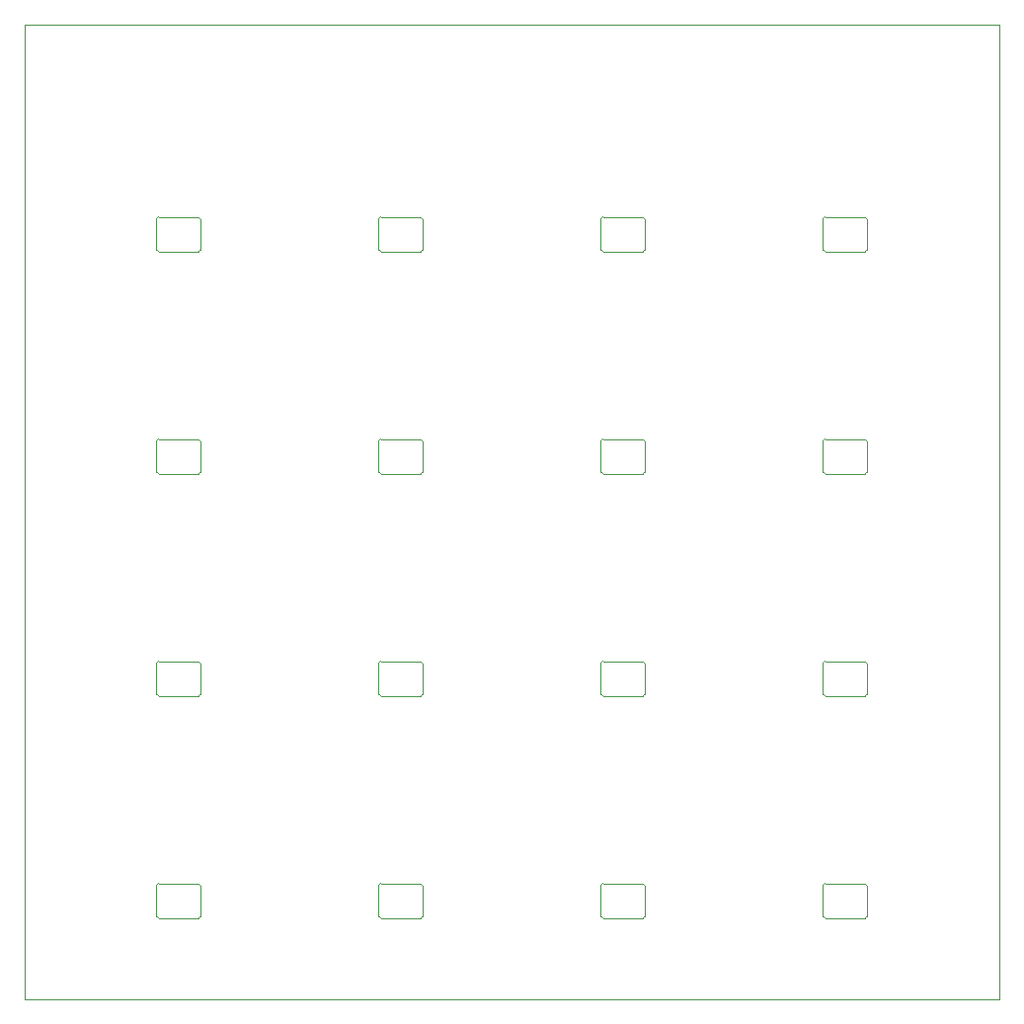
<source format=gbr>
%TF.GenerationSoftware,KiCad,Pcbnew,9.0.2*%
%TF.CreationDate,2025-06-30T11:30:22+02:00*%
%TF.ProjectId,HackPad,4861636b-5061-4642-9e6b-696361645f70,rev?*%
%TF.SameCoordinates,Original*%
%TF.FileFunction,Profile,NP*%
%FSLAX46Y46*%
G04 Gerber Fmt 4.6, Leading zero omitted, Abs format (unit mm)*
G04 Created by KiCad (PCBNEW 9.0.2) date 2025-06-30 11:30:22*
%MOMM*%
%LPD*%
G01*
G04 APERTURE LIST*
%TA.AperFunction,Profile*%
%ADD10C,0.100000*%
%TD*%
%TA.AperFunction,Profile*%
%ADD11C,0.120000*%
%TD*%
G04 APERTURE END LIST*
D10*
X24925000Y-17781200D02*
X108425000Y-17781200D01*
X108425000Y-101281200D01*
X24925000Y-101281200D01*
X24925000Y-17781200D01*
D11*
%TO.C,D6*%
X55250000Y-53468700D02*
X55250000Y-56068700D01*
X55450000Y-56268700D02*
X58850000Y-56268700D01*
X58850000Y-53268700D02*
X55450000Y-53268700D01*
X59050000Y-56068700D02*
X59050000Y-53468700D01*
X55250000Y-53468700D02*
G75*
G02*
X55450000Y-53268700I200001J-1D01*
G01*
X55450000Y-56268700D02*
G75*
G02*
X55250000Y-56068700I1J200001D01*
G01*
X58850000Y-53268700D02*
G75*
G02*
X59050000Y-53468700I0J-200000D01*
G01*
X59050000Y-56068700D02*
G75*
G02*
X58850000Y-56268700I-200000J0D01*
G01*
%TO.C,D13*%
X36200000Y-91568700D02*
X36200000Y-94168700D01*
X36400000Y-94368700D02*
X39800000Y-94368700D01*
X39800000Y-91368700D02*
X36400000Y-91368700D01*
X40000000Y-94168700D02*
X40000000Y-91568700D01*
X36200000Y-91568700D02*
G75*
G02*
X36400000Y-91368700I200001J-1D01*
G01*
X36400000Y-94368700D02*
G75*
G02*
X36200000Y-94168700I1J200001D01*
G01*
X39800000Y-91368700D02*
G75*
G02*
X40000000Y-91568700I0J-200000D01*
G01*
X40000000Y-94168700D02*
G75*
G02*
X39800000Y-94368700I-200000J0D01*
G01*
%TO.C,D10*%
X55250000Y-72518700D02*
X55250000Y-75118700D01*
X55450000Y-75318700D02*
X58850000Y-75318700D01*
X58850000Y-72318700D02*
X55450000Y-72318700D01*
X59050000Y-75118700D02*
X59050000Y-72518700D01*
X55250000Y-72518700D02*
G75*
G02*
X55450000Y-72318700I200001J-1D01*
G01*
X55450000Y-75318700D02*
G75*
G02*
X55250000Y-75118700I1J200001D01*
G01*
X58850000Y-72318700D02*
G75*
G02*
X59050000Y-72518700I0J-200000D01*
G01*
X59050000Y-75118700D02*
G75*
G02*
X58850000Y-75318700I-200000J0D01*
G01*
%TO.C,D9*%
X36200000Y-72518700D02*
X36200000Y-75118700D01*
X36400000Y-75318700D02*
X39800000Y-75318700D01*
X39800000Y-72318700D02*
X36400000Y-72318700D01*
X40000000Y-75118700D02*
X40000000Y-72518700D01*
X36200000Y-72518700D02*
G75*
G02*
X36400000Y-72318700I200001J-1D01*
G01*
X36400000Y-75318700D02*
G75*
G02*
X36200000Y-75118700I1J200001D01*
G01*
X39800000Y-72318700D02*
G75*
G02*
X40000000Y-72518700I0J-200000D01*
G01*
X40000000Y-75118700D02*
G75*
G02*
X39800000Y-75318700I-200000J0D01*
G01*
%TO.C,D2*%
X55250000Y-34418700D02*
X55250000Y-37018700D01*
X55450000Y-37218700D02*
X58850000Y-37218700D01*
X58850000Y-34218700D02*
X55450000Y-34218700D01*
X59050000Y-37018700D02*
X59050000Y-34418700D01*
X55250000Y-34418700D02*
G75*
G02*
X55450000Y-34218700I200001J-1D01*
G01*
X55450000Y-37218700D02*
G75*
G02*
X55250000Y-37018700I1J200001D01*
G01*
X58850000Y-34218700D02*
G75*
G02*
X59050000Y-34418700I0J-200000D01*
G01*
X59050000Y-37018700D02*
G75*
G02*
X58850000Y-37218700I-200000J0D01*
G01*
%TO.C,D5*%
X36200000Y-53468700D02*
X36200000Y-56068700D01*
X36400000Y-56268700D02*
X39800000Y-56268700D01*
X39800000Y-53268700D02*
X36400000Y-53268700D01*
X40000000Y-56068700D02*
X40000000Y-53468700D01*
X36200000Y-53468700D02*
G75*
G02*
X36400000Y-53268700I200001J-1D01*
G01*
X36400000Y-56268700D02*
G75*
G02*
X36200000Y-56068700I1J200001D01*
G01*
X39800000Y-53268700D02*
G75*
G02*
X40000000Y-53468700I0J-200000D01*
G01*
X40000000Y-56068700D02*
G75*
G02*
X39800000Y-56268700I-200000J0D01*
G01*
%TO.C,D1*%
X36200000Y-34418700D02*
X36200000Y-37018700D01*
X36400000Y-37218700D02*
X39800000Y-37218700D01*
X39800000Y-34218700D02*
X36400000Y-34218700D01*
X40000000Y-37018700D02*
X40000000Y-34418700D01*
X36200000Y-34418700D02*
G75*
G02*
X36400000Y-34218700I200001J-1D01*
G01*
X36400000Y-37218700D02*
G75*
G02*
X36200000Y-37018700I1J200001D01*
G01*
X39800000Y-34218700D02*
G75*
G02*
X40000000Y-34418700I0J-200000D01*
G01*
X40000000Y-37018700D02*
G75*
G02*
X39800000Y-37218700I-200000J0D01*
G01*
%TO.C,D4*%
X93350000Y-34418700D02*
X93350000Y-37018700D01*
X93550000Y-37218700D02*
X96950000Y-37218700D01*
X96950000Y-34218700D02*
X93550000Y-34218700D01*
X97150000Y-37018700D02*
X97150000Y-34418700D01*
X93350000Y-34418700D02*
G75*
G02*
X93550000Y-34218700I200001J-1D01*
G01*
X93550000Y-37218700D02*
G75*
G02*
X93350000Y-37018700I1J200001D01*
G01*
X96950000Y-34218700D02*
G75*
G02*
X97150000Y-34418700I0J-200000D01*
G01*
X97150000Y-37018700D02*
G75*
G02*
X96950000Y-37218700I-200000J0D01*
G01*
%TO.C,D11*%
X74300000Y-72518700D02*
X74300000Y-75118700D01*
X74500000Y-75318700D02*
X77900000Y-75318700D01*
X77900000Y-72318700D02*
X74500000Y-72318700D01*
X78100000Y-75118700D02*
X78100000Y-72518700D01*
X74300000Y-72518700D02*
G75*
G02*
X74500000Y-72318700I200001J-1D01*
G01*
X74500000Y-75318700D02*
G75*
G02*
X74300000Y-75118700I1J200001D01*
G01*
X77900000Y-72318700D02*
G75*
G02*
X78100000Y-72518700I0J-200000D01*
G01*
X78100000Y-75118700D02*
G75*
G02*
X77900000Y-75318700I-200000J0D01*
G01*
%TO.C,D7*%
X74300000Y-53468700D02*
X74300000Y-56068700D01*
X74500000Y-56268700D02*
X77900000Y-56268700D01*
X77900000Y-53268700D02*
X74500000Y-53268700D01*
X78100000Y-56068700D02*
X78100000Y-53468700D01*
X74300000Y-53468700D02*
G75*
G02*
X74500000Y-53268700I200001J-1D01*
G01*
X74500000Y-56268700D02*
G75*
G02*
X74300000Y-56068700I1J200001D01*
G01*
X77900000Y-53268700D02*
G75*
G02*
X78100000Y-53468700I0J-200000D01*
G01*
X78100000Y-56068700D02*
G75*
G02*
X77900000Y-56268700I-200000J0D01*
G01*
%TO.C,D3*%
X74300000Y-34418700D02*
X74300000Y-37018700D01*
X74500000Y-37218700D02*
X77900000Y-37218700D01*
X77900000Y-34218700D02*
X74500000Y-34218700D01*
X78100000Y-37018700D02*
X78100000Y-34418700D01*
X74300000Y-34418700D02*
G75*
G02*
X74500000Y-34218700I200001J-1D01*
G01*
X74500000Y-37218700D02*
G75*
G02*
X74300000Y-37018700I1J200001D01*
G01*
X77900000Y-34218700D02*
G75*
G02*
X78100000Y-34418700I0J-200000D01*
G01*
X78100000Y-37018700D02*
G75*
G02*
X77900000Y-37218700I-200000J0D01*
G01*
%TO.C,D14*%
X55250000Y-91568700D02*
X55250000Y-94168700D01*
X55450000Y-94368700D02*
X58850000Y-94368700D01*
X58850000Y-91368700D02*
X55450000Y-91368700D01*
X59050000Y-94168700D02*
X59050000Y-91568700D01*
X55250000Y-91568700D02*
G75*
G02*
X55450000Y-91368700I200001J-1D01*
G01*
X55450000Y-94368700D02*
G75*
G02*
X55250000Y-94168700I1J200001D01*
G01*
X58850000Y-91368700D02*
G75*
G02*
X59050000Y-91568700I0J-200000D01*
G01*
X59050000Y-94168700D02*
G75*
G02*
X58850000Y-94368700I-200000J0D01*
G01*
%TO.C,D8*%
X93350000Y-53468700D02*
X93350000Y-56068700D01*
X93550000Y-56268700D02*
X96950000Y-56268700D01*
X96950000Y-53268700D02*
X93550000Y-53268700D01*
X97150000Y-56068700D02*
X97150000Y-53468700D01*
X93350000Y-53468700D02*
G75*
G02*
X93550000Y-53268700I200001J-1D01*
G01*
X93550000Y-56268700D02*
G75*
G02*
X93350000Y-56068700I1J200001D01*
G01*
X96950000Y-53268700D02*
G75*
G02*
X97150000Y-53468700I0J-200000D01*
G01*
X97150000Y-56068700D02*
G75*
G02*
X96950000Y-56268700I-200000J0D01*
G01*
%TO.C,D16*%
X93350000Y-91568700D02*
X93350000Y-94168700D01*
X93550000Y-94368700D02*
X96950000Y-94368700D01*
X96950000Y-91368700D02*
X93550000Y-91368700D01*
X97150000Y-94168700D02*
X97150000Y-91568700D01*
X93350000Y-91568700D02*
G75*
G02*
X93550000Y-91368700I200001J-1D01*
G01*
X93550000Y-94368700D02*
G75*
G02*
X93350000Y-94168700I1J200001D01*
G01*
X96950000Y-91368700D02*
G75*
G02*
X97150000Y-91568700I0J-200000D01*
G01*
X97150000Y-94168700D02*
G75*
G02*
X96950000Y-94368700I-200000J0D01*
G01*
%TO.C,D15*%
X74300000Y-91568700D02*
X74300000Y-94168700D01*
X74500000Y-94368700D02*
X77900000Y-94368700D01*
X77900000Y-91368700D02*
X74500000Y-91368700D01*
X78100000Y-94168700D02*
X78100000Y-91568700D01*
X74300000Y-91568700D02*
G75*
G02*
X74500000Y-91368700I200001J-1D01*
G01*
X74500000Y-94368700D02*
G75*
G02*
X74300000Y-94168700I1J200001D01*
G01*
X77900000Y-91368700D02*
G75*
G02*
X78100000Y-91568700I0J-200000D01*
G01*
X78100000Y-94168700D02*
G75*
G02*
X77900000Y-94368700I-200000J0D01*
G01*
%TO.C,D12*%
X93350000Y-72518700D02*
X93350000Y-75118700D01*
X93550000Y-75318700D02*
X96950000Y-75318700D01*
X96950000Y-72318700D02*
X93550000Y-72318700D01*
X97150000Y-75118700D02*
X97150000Y-72518700D01*
X93350000Y-72518700D02*
G75*
G02*
X93550000Y-72318700I200001J-1D01*
G01*
X93550000Y-75318700D02*
G75*
G02*
X93350000Y-75118700I1J200001D01*
G01*
X96950000Y-72318700D02*
G75*
G02*
X97150000Y-72518700I0J-200000D01*
G01*
X97150000Y-75118700D02*
G75*
G02*
X96950000Y-75318700I-200000J0D01*
G01*
%TD*%
M02*

</source>
